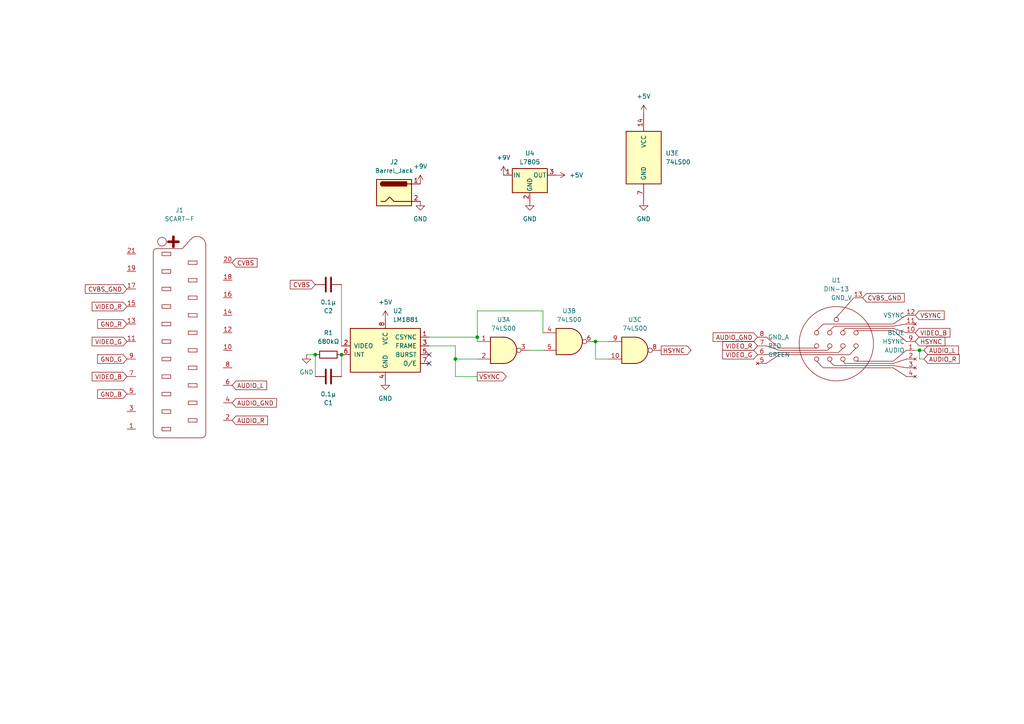
<source format=kicad_sch>
(kicad_sch (version 20230121) (generator eeschema)
  (paper "A4")
  (lib_symbols
    (symbol "74xx:74LS00" (pin_names (offset 1.016))
      (property "Reference" "U" (at 0 1.27 0))
      (property "Value" "74LS00" (at 0 -1.27 0))
      (symbol "74LS00_1_1"
        (arc (start 0 -3.81) (mid 3.7934 0) (end 0 3.81) (stroke (width 0.254)) (fill (type background)))
        (polyline (pts (xy 0 3.81) (xy -3.81 3.81) (xy -3.81 -3.81) (xy 0 -3.81)) (stroke (width 0.254)) (fill (type background)))
        (pin input line (at -7.62 2.54 0) (length 3.81) (name "~") (number "1"))
        (pin input line (at -7.62 -2.54 0) (length 3.81) (name "~") (number "2"))
        (pin output inverted (at 7.62 0 180) (length 3.81) (name "~") (number "3"))
      )
      (symbol "74LS00_1_2"
        (arc (start -3.81 -3.81) (mid -2.589 0) (end -3.81 3.81) (stroke (width 0.254)))
        (arc (start -0.6096 -3.81) (mid 2.1842 -2.5851) (end 3.81 0) (stroke (width 0.254)) (fill (type background)))
        (polyline (pts (xy -3.81 -3.81) (xy -0.635 -3.81)) (stroke (width 0.254)) (fill (type background)))
        (polyline (pts (xy -3.81 3.81) (xy -0.635 3.81)) (stroke (width 0.254)) (fill (type background)))
        (polyline (pts (xy -0.635 3.81) (xy -3.81 3.81) (xy -3.81 3.81) (xy -3.556 3.4036) (xy -3.0226 2.2606) (xy -2.6924 1.0414) (xy -2.6162 -0.254) (xy -2.7686 -1.4986) (xy -3.175 -2.7178) (xy -3.81 -3.81) (xy -3.81 -3.81) (xy -0.635 -3.81)) (stroke (width -25.4)) (fill (type background)))
        (arc (start 3.81 0) (mid 2.1915 2.5936) (end -0.6096 3.81) (stroke (width 0.254)) (fill (type background)))
        (pin input inverted (at -7.62 2.54 0) (length 4.318) (name "~") (number "1"))
        (pin input inverted (at -7.62 -2.54 0) (length 4.318) (name "~") (number "2"))
        (pin output line (at 7.62 0 180) (length 3.81) (name "~") (number "3"))
      )
      (symbol "74LS00_2_1"
        (arc (start 0 -3.81) (mid 3.7934 0) (end 0 3.81) (stroke (width 0.254)) (fill (type background)))
        (polyline (pts (xy 0 3.81) (xy -3.81 3.81) (xy -3.81 -3.81) (xy 0 -3.81)) (stroke (width 0.254)) (fill (type background)))
        (pin input line (at -7.62 2.54 0) (length 3.81) (name "~") (number "4"))
        (pin input line (at -7.62 -2.54 0) (length 3.81) (name "~") (number "5"))
        (pin output inverted (at 7.62 0 180) (length 3.81) (name "~") (number "6"))
      )
      (symbol "74LS00_2_2"
        (arc (start -3.81 -3.81) (mid -2.589 0) (end -3.81 3.81) (stroke (width 0.254)))
        (arc (start -0.6096 -3.81) (mid 2.1842 -2.5851) (end 3.81 0) (stroke (width 0.254)) (fill (type background)))
        (polyline (pts (xy -3.81 -3.81) (xy -0.635 -3.81)) (stroke (width 0.254)) (fill (type background)))
        (polyline (pts (xy -3.81 3.81) (xy -0.635 3.81)) (stroke (width 0.254)) (fill (type background)))
        (polyline (pts (xy -0.635 3.81) (xy -3.81 3.81) (xy -3.81 3.81) (xy -3.556 3.4036) (xy -3.0226 2.2606) (xy -2.6924 1.0414) (xy -2.6162 -0.254) (xy -2.7686 -1.4986) (xy -3.175 -2.7178) (xy -3.81 -3.81) (xy -3.81 -3.81) (xy -0.635 -3.81)) (stroke (width -25.4)) (fill (type background)))
        (arc (start 3.81 0) (mid 2.1915 2.5936) (end -0.6096 3.81) (stroke (width 0.254)) (fill (type background)))
        (pin input inverted (at -7.62 2.54 0) (length 4.318) (name "~") (number "4"))
        (pin input inverted (at -7.62 -2.54 0) (length 4.318) (name "~") (number "5"))
        (pin output line (at 7.62 0 180) (length 3.81) (name "~") (number "6"))
      )
      (symbol "74LS00_3_1"
        (arc (start 0 -3.81) (mid 3.7934 0) (end 0 3.81) (stroke (width 0.254)) (fill (type background)))
        (polyline (pts (xy 0 3.81) (xy -3.81 3.81) (xy -3.81 -3.81) (xy 0 -3.81)) (stroke (width 0.254)) (fill (type background)))
        (pin input line (at -7.62 -2.54 0) (length 3.81) (name "~") (number "10"))
        (pin output inverted (at 7.62 0 180) (length 3.81) (name "~") (number "8"))
        (pin input line (at -7.62 2.54 0) (length 3.81) (name "~") (number "9"))
      )
      (symbol "74LS00_3_2"
        (arc (start -3.81 -3.81) (mid -2.589 0) (end -3.81 3.81) (stroke (width 0.254)))
        (arc (start -0.6096 -3.81) (mid 2.1842 -2.5851) (end 3.81 0) (stroke (width 0.254)) (fill (type background)))
        (polyline (pts (xy -3.81 -3.81) (xy -0.635 -3.81)) (stroke (width 0.254)) (fill (type background)))
        (polyline (pts (xy -3.81 3.81) (xy -0.635 3.81)) (stroke (width 0.254)) (fill (type background)))
        (polyline (pts (xy -0.635 3.81) (xy -3.81 3.81) (xy -3.81 3.81) (xy -3.556 3.4036) (xy -3.0226 2.2606) (xy -2.6924 1.0414) (xy -2.6162 -0.254) (xy -2.7686 -1.4986) (xy -3.175 -2.7178) (xy -3.81 -3.81) (xy -3.81 -3.81) (xy -0.635 -3.81)) (stroke (width -25.4)) (fill (type background)))
        (arc (start 3.81 0) (mid 2.1915 2.5936) (end -0.6096 3.81) (stroke (width 0.254)) (fill (type background)))
        (pin input inverted (at -7.62 -2.54 0) (length 4.318) (name "~") (number "10"))
        (pin output line (at 7.62 0 180) (length 3.81) (name "~") (number "8"))
        (pin input inverted (at -7.62 2.54 0) (length 4.318) (name "~") (number "9"))
      )
      (symbol "74LS00_4_1"
        (arc (start 0 -3.81) (mid 3.7934 0) (end 0 3.81) (stroke (width 0.254)) (fill (type background)))
        (polyline (pts (xy 0 3.81) (xy -3.81 3.81) (xy -3.81 -3.81) (xy 0 -3.81)) (stroke (width 0.254)) (fill (type background)))
        (pin output inverted (at 7.62 0 180) (length 3.81) (name "~") (number "11"))
        (pin input line (at -7.62 2.54 0) (length 3.81) (name "~") (number "12"))
        (pin input line (at -7.62 -2.54 0) (length 3.81) (name "~") (number "13"))
      )
      (symbol "74LS00_4_2"
        (arc (start -3.81 -3.81) (mid -2.589 0) (end -3.81 3.81) (stroke (width 0.254)))
        (arc (start -0.6096 -3.81) (mid 2.1842 -2.5851) (end 3.81 0) (stroke (width 0.254)) (fill (type background)))
        (polyline (pts (xy -3.81 -3.81) (xy -0.635 -3.81)) (stroke (width 0.254)) (fill (type background)))
        (polyline (pts (xy -3.81 3.81) (xy -0.635 3.81)) (stroke (width 0.254)) (fill (type background)))
        (polyline (pts (xy -0.635 3.81) (xy -3.81 3.81) (xy -3.81 3.81) (xy -3.556 3.4036) (xy -3.0226 2.2606) (xy -2.6924 1.0414) (xy -2.6162 -0.254) (xy -2.7686 -1.4986) (xy -3.175 -2.7178) (xy -3.81 -3.81) (xy -3.81 -3.81) (xy -0.635 -3.81)) (stroke (width -25.4)) (fill (type background)))
        (arc (start 3.81 0) (mid 2.1915 2.5936) (end -0.6096 3.81) (stroke (width 0.254)) (fill (type background)))
        (pin output line (at 7.62 0 180) (length 3.81) (name "~") (number "11"))
        (pin input inverted (at -7.62 2.54 0) (length 4.318) (name "~") (number "12"))
        (pin input inverted (at -7.62 -2.54 0) (length 4.318) (name "~") (number "13"))
      )
      (symbol "74LS00_5_0"
        (pin power_in line (at 0 12.7 270) (length 5.08) (name "VCC") (number "14"))
        (pin power_in line (at 0 -12.7 90) (length 5.08) (name "GND") (number "7"))
      )
      (symbol "74LS00_5_1"
        (rectangle (start -5.08 7.62) (end 5.08 -7.62) (stroke (width 0.254)) (fill (type background)))
      )
    )
    (symbol "Connector:Barrel_Jack" (pin_names (offset 1.016))
      (property "Reference" "J" (at 0 5.334 0))
      (property "Value" "Barrel_Jack" (at 0 -5.08 0))
      (symbol "Barrel_Jack_0_1"
        (rectangle (start -5.08 3.81) (end 5.08 -3.81) (stroke (width 0.254)) (fill (type background)))
        (arc (start -3.302 3.175) (mid -3.9343 2.54) (end -3.302 1.905) (stroke (width 0.254)))
        (arc (start -3.302 3.175) (mid -3.9343 2.54) (end -3.302 1.905) (stroke (width 0.254)) (fill (type outline)))
        (polyline (pts (xy 5.08 2.54) (xy 3.81 2.54)) (stroke (width 0.254)))
        (polyline (pts (xy -3.81 -2.54) (xy -2.54 -2.54) (xy -1.27 -1.27) (xy 0 -2.54) (xy 2.54 -2.54) (xy 5.08 -2.54)) (stroke (width 0.254)))
        (rectangle (start 3.683 3.175) (end -3.302 1.905) (stroke (width 0.254)) (fill (type outline)))
      )
      (symbol "Barrel_Jack_1_1"
        (pin passive line (at 7.62 2.54 180) (length 2.54) (name "~") (number "1"))
        (pin passive line (at 7.62 -2.54 180) (length 2.54) (name "~") (number "2"))
      )
    )
    (symbol "Connector:SCART-F" (pin_names (offset 0.762) hide)
      (property "Reference" "J" (at 0 31.75 0))
      (property "Value" "SCART-F" (at 1.016 -29.21 0))
      (symbol "SCART-F_0_1"
        (arc (start -7.62 -26.67) (mid -7.248 -27.568) (end -6.35 -27.94))
        (arc (start -6.604 26.9494) (mid -7.3224 26.6518) (end -7.62 25.9334))
        (rectangle (start -5.08 -24.892) (end -2.54 -25.908))
        (rectangle (start -5.08 -19.812) (end -2.54 -20.828))
        (rectangle (start -5.08 -14.732) (end -2.54 -15.748))
        (rectangle (start -5.08 -9.652) (end -2.54 -10.668))
        (rectangle (start -5.08 -4.572) (end -2.54 -5.588))
        (rectangle (start -5.08 0.508) (end -2.54 -0.508))
        (rectangle (start -5.08 5.588) (end -2.54 4.572))
        (rectangle (start -5.08 10.668) (end -2.54 9.652))
        (rectangle (start -5.08 15.748) (end -2.54 14.732))
        (rectangle (start -5.08 20.828) (end -2.54 19.812))
        (rectangle (start -5.08 25.908) (end -2.54 24.892))
        (circle (center -5.08 28.956) (radius 1.27))
        (polyline (pts (xy -7.62 22.86) (xy -7.62 -26.67)))
        (polyline (pts (xy -7.62 22.86) (xy -7.62 24.13)))
        (polyline (pts (xy -7.62 24.6634) (xy -7.62 24.13)))
        (polyline (pts (xy -7.62 24.6634) (xy -7.62 25.9334)))
        (polyline (pts (xy -6.604 26.9494) (xy 0.508 26.9494)))
        (polyline (pts (xy -6.35 -27.94) (xy 6.35 -27.94)))
        (polyline (pts (xy 3.302 29.718) (xy 1.27 27.432)))
        (polyline (pts (xy 4.826 30.48) (xy 5.08 30.48)))
        (polyline (pts (xy 7.62 -26.67) (xy 7.62 28.2194)))
        (arc (start 0.508 26.924) (mid 0.9569 27.0702) (end 1.2192 27.4574))
        (rectangle (start 2.54 -22.352) (end 5.08 -23.368))
        (rectangle (start 2.54 -17.272) (end 5.08 -18.288))
        (rectangle (start 2.54 -12.192) (end 5.08 -13.208))
        (rectangle (start 2.54 -7.112) (end 5.08 -8.128))
        (rectangle (start 2.54 -2.032) (end 5.08 -3.048))
        (rectangle (start 2.54 3.048) (end 5.08 2.032))
        (rectangle (start 2.54 8.128) (end 5.08 7.112))
        (rectangle (start 2.54 13.208) (end 5.08 12.192))
        (rectangle (start 2.54 18.288) (end 5.08 17.272))
        (rectangle (start 2.54 23.368) (end 5.08 22.352))
        (arc (start 4.826 30.48) (mid 3.999 30.2726) (end 3.3782 29.6926))
        (arc (start 6.35 -27.94) (mid 7.248 -27.568) (end 7.62 -26.67))
        (arc (start 7.62 27.94) (mid 6.8761 29.7361) (end 5.08 30.48))
        (text "+" (at -1.778 29.21 0) (effects (font (size 3.81 3.81) bold)))
      )
      (symbol "SCART-F_1_1"
        (pin passive line (at -15.24 -25.4 0) (length 2.54) (name "P1") (number "1"))
        (pin passive line (at 15.24 -2.54 180) (length 2.54) (name "P10") (number "10"))
        (pin passive line (at -15.24 0 0) (length 2.54) (name "P11") (number "11"))
        (pin passive line (at 15.24 2.54 180) (length 2.54) (name "P12") (number "12"))
        (pin passive line (at -15.24 5.08 0) (length 2.54) (name "P13") (number "13"))
        (pin passive line (at 15.24 7.62 180) (length 2.54) (name "P14") (number "14"))
        (pin passive line (at -15.24 10.16 0) (length 2.54) (name "P15") (number "15"))
        (pin passive line (at 15.24 12.7 180) (length 2.54) (name "P16") (number "16"))
        (pin passive line (at -15.24 15.24 0) (length 2.54) (name "P17") (number "17"))
        (pin passive line (at 15.24 17.78 180) (length 2.54) (name "P18") (number "18"))
        (pin passive line (at -15.24 20.32 0) (length 2.54) (name "P19") (number "19"))
        (pin passive line (at 15.24 -22.86 180) (length 2.54) (name "P2") (number "2"))
        (pin passive line (at 15.24 22.86 180) (length 2.54) (name "P20") (number "20"))
        (pin passive line (at -15.24 25.4 0) (length 2.54) (name "P21") (number "21"))
        (pin passive line (at -15.24 -20.32 0) (length 2.54) (name "P3") (number "3"))
        (pin passive line (at 15.24 -17.78 180) (length 2.54) (name "P4") (number "4"))
        (pin passive line (at -15.24 -15.24 0) (length 2.54) (name "P5") (number "5"))
        (pin passive line (at 15.24 -12.7 180) (length 2.54) (name "P6") (number "6"))
        (pin passive line (at -15.24 -10.16 0) (length 2.54) (name "P7") (number "7"))
        (pin passive line (at 15.24 -7.62 180) (length 2.54) (name "P8") (number "8"))
        (pin passive line (at -15.24 -5.08 0) (length 2.54) (name "P9") (number "9"))
      )
    )
    (symbol "Device:C" (pin_numbers hide) (pin_names (offset 0.254))
      (property "Reference" "C" (at 0.635 2.54 0))
      (property "Value" "C" (at 0.635 -2.54 0))
      (symbol "C_0_1"
        (polyline (pts (xy -2.032 -0.762) (xy 2.032 -0.762)) (stroke (width 0.508)))
        (polyline (pts (xy -2.032 0.762) (xy 2.032 0.762)) (stroke (width 0.508)))
      )
      (symbol "C_1_1"
        (pin passive line (at 0 3.81 270) (length 2.794) (name "~") (number "1"))
        (pin passive line (at 0 -3.81 90) (length 2.794) (name "~") (number "2"))
      )
    )
    (symbol "Device:R" (pin_numbers hide) (pin_names (offset 0))
      (property "Reference" "R" (at 2.032 0 90))
      (property "Value" "R" (at 0 0 90))
      (symbol "R_0_1"
        (rectangle (start -1.016 -2.54) (end 1.016 2.54) (stroke (width 0.254)))
      )
      (symbol "R_1_1"
        (pin passive line (at 0 3.81 270) (length 1.27) (name "~") (number "1"))
        (pin passive line (at 0 -3.81 90) (length 1.27) (name "~") (number "2"))
      )
    )
    (symbol "Regulator_Linear:L7805" (pin_names (offset 0.254))
      (property "Reference" "U" (at -3.81 3.175 0))
      (property "Value" "L7805" (at 0 3.175 0))
      (symbol "L7805_0_1"
        (rectangle (start -5.08 1.905) (end 5.08 -5.08) (stroke (width 0.254)) (fill (type background)))
      )
      (symbol "L7805_1_1"
        (pin power_in line (at -7.62 0 0) (length 2.54) (name "IN") (number "1"))
        (pin power_in line (at 0 -7.62 90) (length 2.54) (name "GND") (number "2"))
        (pin power_out line (at 7.62 0 180) (length 2.54) (name "OUT") (number "3"))
      )
    )
    (symbol "Video:LM1881" (pin_names (offset 1.016))
      (property "Reference" "U" (at -8.89 8.89 0))
      (property "Value" "LM1881" (at 6.35 8.89 0))
      (symbol "LM1881_0_1"
        (rectangle (start -10.16 7.62) (end 10.16 -5.08) (stroke (width 0.254)) (fill (type background)))
      )
      (symbol "LM1881_1_1"
        (pin output line (at 12.7 5.08 180) (length 2.54) (name "CSYNC") (number "1"))
        (pin input line (at -12.7 2.54 0) (length 2.54) (name "VIDEO") (number "2"))
        (pin output line (at 12.7 2.54 180) (length 2.54) (name "FRAME") (number "3"))
        (pin power_in line (at 0 -7.62 90) (length 2.54) (name "GND") (number "4"))
        (pin output line (at 12.7 0 180) (length 2.54) (name "BURST") (number "5"))
        (pin input line (at -12.7 0 0) (length 2.54) (name "INT") (number "6"))
        (pin output line (at 12.7 -2.54 180) (length 2.54) (name "O/E") (number "7"))
        (pin power_in line (at 0 10.16 270) (length 2.54) (name "VCC") (number "8"))
      )
    )
    (symbol "power:+5V" (power) (pin_names (offset 0))
      (property "Value" "+5V" (at 0 3.556 0))
      (symbol "+5V_0_1"
        (polyline (pts (xy -0.762 1.27) (xy 0 2.54)))
        (polyline (pts (xy 0 0) (xy 0 2.54)))
        (polyline (pts (xy 0 2.54) (xy 0.762 1.27)))
      )
      (symbol "+5V_1_1"
        (pin power_in line (at 0 0 90) (length 0) hide (name "+5V") (number "1"))
      )
    )
    (symbol "power:+9V" (power) (pin_names (offset 0))
      (property "Value" "+9V" (at 0 3.556 0))
      (symbol "+9V_0_1"
        (polyline (pts (xy -0.762 1.27) (xy 0 2.54)))
        (polyline (pts (xy 0 0) (xy 0 2.54)))
        (polyline (pts (xy 0 2.54) (xy 0.762 1.27)))
      )
      (symbol "+9V_1_1"
        (pin power_in line (at 0 0 90) (length 0) hide (name "+9V") (number "1"))
      )
    )
    (symbol "power:GND" (power) (pin_names (offset 0))
      (property "Value" "GND" (at 0 -3.81 0))
      (symbol "GND_0_1"
        (polyline (pts (xy 0 0) (xy 0 -1.27) (xy 1.27 -1.27) (xy 0 -2.54) (xy -1.27 -1.27) (xy 0 -1.27)))
      )
      (symbol "GND_1_1"
        (pin power_in line (at 0 0 270) (length 0) hide (name "GND") (number "1"))
      )
    )
    (symbol "sc1224-scart:DIN-13"
      (property "Reference" "U" (at 0 -14.605 0))
      (property "Value" "DIN-13" (at 0 -12.7 0))
      (symbol "DIN-13_0_1"
        (circle (center -5.715 -5.08) (radius 0.635))
        (circle (center -5.715 -1.27) (radius 0.635))
        (circle (center -5.715 2.54) (radius 0.635))
        (circle (center -1.905 -5.08) (radius 0.635))
        (circle (center -1.905 -1.27) (radius 0.635))
        (circle (center -1.905 2.54) (radius 0.635))
        (circle (center 0 -0.635) (radius 10.7763))
        (polyline (pts (xy -20.32 -3.81) (xy -16.51 -3.175)))
        (polyline (pts (xy -20.32 -1.27) (xy -16.51 -2.54)))
        (polyline (pts (xy -20.32 1.27) (xy -16.51 -1.905)))
        (polyline (pts (xy -16.51 -3.81) (xy -20.32 -6.35)))
        (polyline (pts (xy -5.715 -1.905) (xy -16.51 -1.905)))
        (polyline (pts (xy 5.08 12.7) (xy 0 6.985)))
        (polyline (pts (xy 5.715 -5.715) (xy 16.51 -5.715)))
        (polyline (pts (xy 5.715 3.175) (xy 16.51 3.175)))
        (polyline (pts (xy 16.51 -7.62) (xy 20.32 -10.16)))
        (polyline (pts (xy 16.51 5.08) (xy 20.32 7.62)))
        (polyline (pts (xy 20.32 -7.62) (xy 16.51 -6.985)))
        (polyline (pts (xy 20.32 -5.08) (xy 16.51 -6.35)))
        (polyline (pts (xy 20.32 -2.54) (xy 16.51 -5.715)))
        (polyline (pts (xy 20.32 0) (xy 16.51 3.175)))
        (polyline (pts (xy 20.32 2.54) (xy 16.51 3.81)))
        (polyline (pts (xy 20.32 5.08) (xy 16.51 4.445)))
        (polyline (pts (xy -5.715 -5.715) (xy -3.81 -7.62) (xy 16.51 -7.62)))
        (polyline (pts (xy -5.715 3.175) (xy -3.81 5.08) (xy 16.51 5.08)))
        (polyline (pts (xy -1.905 -5.715) (xy -0.635 -6.985) (xy 16.51 -6.985)))
        (polyline (pts (xy -1.905 -1.905) (xy -2.54 -2.54) (xy -16.51 -2.54)))
        (polyline (pts (xy -1.905 3.175) (xy -0.635 4.445) (xy 16.51 4.445)))
        (polyline (pts (xy 1.905 -5.715) (xy 2.54 -6.35) (xy 16.51 -6.35)))
        (polyline (pts (xy 1.905 -1.905) (xy 0.635 -3.175) (xy -16.51 -3.175)))
        (polyline (pts (xy 1.905 3.175) (xy 2.54 3.81) (xy 16.51 3.81)))
        (polyline (pts (xy 5.715 -1.905) (xy 3.81 -3.81) (xy -16.51 -3.81)))
        (circle (center 0 6.35) (radius 0.635))
        (circle (center 1.905 -5.08) (radius 0.635))
        (circle (center 1.905 -1.27) (radius 0.635))
        (circle (center 1.905 2.54) (radius 0.635))
        (circle (center 5.715 -5.08) (radius 0.635))
        (circle (center 5.715 -1.27) (radius 0.635))
        (circle (center 5.715 2.54) (radius 0.635))
      )
      (symbol "DIN-13_1_1"
        (pin input line (at 22.86 -2.54 180) (length 2.54) (name "AUDIO") (number "1"))
        (pin input line (at 22.86 2.54 180) (length 2.54) (name "BLUE") (number "10"))
        (pin no_connect line (at 22.86 5.08 180) (length 2.54) (name "") (number "11"))
        (pin input line (at 22.86 7.62 180) (length 2.54) (name "VSYNC") (number "12"))
        (pin power_in line (at 7.62 12.7 180) (length 2.54) (name "GND_V") (number "13"))
        (pin no_connect line (at 22.86 -5.08 180) (length 2.54) (name "") (number "2"))
        (pin no_connect line (at 22.86 -7.62 180) (length 2.54) (name "") (number "3"))
        (pin no_connect line (at 22.86 -10.16 180) (length 2.54) (name "") (number "4"))
        (pin no_connect line (at -22.86 -6.35 0) (length 2.54) (name "") (number "5"))
        (pin input line (at -22.86 -3.81 0) (length 2.54) (name "GREEN") (number "6"))
        (pin input line (at -22.86 -1.27 0) (length 2.54) (name "RED") (number "7"))
        (pin power_in line (at -22.86 1.27 0) (length 2.54) (name "GND_A") (number "8"))
        (pin input line (at 22.86 0 180) (length 2.54) (name "HSYNC") (number "9"))
      )
    )
  )
  (junction (at 99.06 102.87))
  (junction (at 266.7 101.6))
  (junction (at 138.43 97.79))
  (junction (at 132.08 104.14))
  (junction (at 172.72 99.06))
  (junction (at 91.44 102.87))
  (no_connect (at 124.46 105.41))
  (no_connect (at 124.46 102.87))
  (wire (pts (xy 267.97 101.6) (xy 266.7 101.6)))
  (wire (pts (xy 138.43 90.17) (xy 157.48 90.17)))
  (wire (pts (xy 153.67 101.6) (xy 157.48 101.6)))
  (wire (pts (xy 172.72 104.14) (xy 176.53 104.14)))
  (wire (pts (xy 132.08 104.14) (xy 138.43 104.14)))
  (wire (pts (xy 138.43 97.79) (xy 138.43 99.06)))
  (wire (pts (xy 266.7 101.6) (xy 266.7 104.14)))
  (wire (pts (xy 132.08 100.33) (xy 132.08 104.14)))
  (wire (pts (xy 124.46 97.79) (xy 138.43 97.79)))
  (wire (pts (xy 172.72 99.06) (xy 172.72 104.14)))
  (wire (pts (xy 124.46 100.33) (xy 132.08 100.33)))
  (wire (pts (xy 99.06 82.55) (xy 99.06 100.33)))
  (wire (pts (xy 132.08 104.14) (xy 132.08 109.22)))
  (wire (pts (xy 99.06 102.87) (xy 99.06 109.22)))
  (wire (pts (xy 91.44 102.87) (xy 91.44 109.22)))
  (wire (pts (xy 88.9 102.87) (xy 91.44 102.87)))
  (wire (pts (xy 172.72 99.06) (xy 176.53 99.06)))
  (wire (pts (xy 157.48 90.17) (xy 157.48 96.52)))
  (wire (pts (xy 266.7 104.14) (xy 267.97 104.14)))
  (wire (pts (xy 132.08 109.22) (xy 138.43 109.22)))
  (wire (pts (xy 265.43 101.6) (xy 266.7 101.6)))
  (wire (pts (xy 138.43 97.79) (xy 138.43 90.17)))
  (global_label "AUDIO_R" (shape input) (at 267.97 104.14 0) (property "Intersheetrefs" "${INTERSHEET_REFS}" (effects hide)))
  (global_label "VIDEO_R" (shape input) (at 36.83 88.9 180) (property "Intersheetrefs" "${INTERSHEET_REFS}" (effects hide)))
  (global_label "GND_R" (shape input) (at 36.83 93.98 180) (property "Intersheetrefs" "${INTERSHEET_REFS}" (effects hide)))
  (global_label "GND_B" (shape input) (at 36.83 114.3 180) (property "Intersheetrefs" "${INTERSHEET_REFS}" (effects hide)))
  (global_label "CVBS" (shape input) (at 91.44 82.55 180) (property "Intersheetrefs" "${INTERSHEET_REFS}" (effects hide)))
  (global_label "CVBS" (shape input) (at 67.31 76.2 0) (property "Intersheetrefs" "${INTERSHEET_REFS}" (effects hide)))
  (global_label "VIDEO_G" (shape input) (at 36.83 99.06 180) (property "Intersheetrefs" "${INTERSHEET_REFS}" (effects hide)))
  (global_label "VIDEO_G" (shape input) (at 219.71 102.87 180) (property "Intersheetrefs" "${INTERSHEET_REFS}" (effects hide)))
  (global_label "CVBS_GND" (shape input) (at 36.83 83.82 180) (property "Intersheetrefs" "${INTERSHEET_REFS}" (effects hide)))
  (global_label "GND_G" (shape input) (at 36.83 104.14 180) (property "Intersheetrefs" "${INTERSHEET_REFS}" (effects hide)))
  (global_label "HSYNC" (shape output) (at 191.77 101.6 0) (property "Intersheetrefs" "${INTERSHEET_REFS}" (effects hide)))
  (global_label "VSYNC" (shape input) (at 265.43 91.44 0) (property "Intersheetrefs" "${INTERSHEET_REFS}" (effects hide)))
  (global_label "CVBS_GND" (shape input) (at 250.19 86.36 0) (property "Intersheetrefs" "${INTERSHEET_REFS}" (effects hide)))
  (global_label "AUDIO_GND" (shape input) (at 67.31 116.84 0) (property "Intersheetrefs" "${INTERSHEET_REFS}" (effects hide)))
  (global_label "AUDIO_R" (shape input) (at 67.31 121.92 0) (property "Intersheetrefs" "${INTERSHEET_REFS}" (effects hide)))
  (global_label "VIDEO_B" (shape input) (at 265.43 96.52 0) (property "Intersheetrefs" "${INTERSHEET_REFS}" (effects hide)))
  (global_label "VIDEO_R" (shape input) (at 219.71 100.33 180) (property "Intersheetrefs" "${INTERSHEET_REFS}" (effects hide)))
  (global_label "VSYNC" (shape output) (at 138.43 109.22 0) (property "Intersheetrefs" "${INTERSHEET_REFS}" (effects hide)))
  (global_label "VIDEO_B" (shape input) (at 36.83 109.22 180) (property "Intersheetrefs" "${INTERSHEET_REFS}" (effects hide)))
  (global_label "AUDIO_L" (shape input) (at 267.97 101.6 0) (property "Intersheetrefs" "${INTERSHEET_REFS}" (effects hide)))
  (global_label "AUDIO_L" (shape input) (at 67.31 111.76 0) (property "Intersheetrefs" "${INTERSHEET_REFS}" (effects hide)))
  (global_label "AUDIO_GND" (shape input) (at 219.71 97.79 180) (property "Intersheetrefs" "${INTERSHEET_REFS}" (effects hide)))
  (global_label "HSYNC" (shape input) (at 265.43 99.06 0) (property "Intersheetrefs" "${INTERSHEET_REFS}" (effects hide)))
  (symbol (lib_id "Device:C") (at 95.25 82.55 90) (unit 1)
    (property "Reference" "C2" (at 95.25 90.17 90))
    (property "Value" "0.1µ" (at 95.25 87.63 90))
    (property "Footprint" "Capacitor_Tantalum_SMD:CP_EIA-2012-15_AVX-P_Pad1.30x1.05mm_HandSolder" (effects hide))
  )
  (symbol (lib_id "Device:C") (at 95.25 109.22 90) (unit 1)
    (property "Reference" "C1" (at 95.25 116.84 90))
    (property "Value" "0.1µ" (at 95.25 114.3 90))
    (property "Footprint" "Capacitor_Tantalum_SMD:CP_EIA-2012-15_AVX-P_Pad1.30x1.05mm_HandSolder" (effects hide))
  )
  (symbol (lib_id "Device:R") (at 95.25 102.87 90) (unit 1)
    (property "Reference" "R1" (at 95.25 96.52 90))
    (property "Value" "680kΩ" (at 95.25 99.06 90))
    (property "Footprint" "Resistor_SMD:R_0805_2012Metric_Pad1.20x1.40mm_HandSolder" (effects hide))
  )
  (symbol (lib_id "74xx:74LS00") (at 184.15 101.6 0) (unit 3)
    (property "Reference" "U3" (at 184.1417 92.71 0))
    (property "Value" "74LS00" (at 184.1417 95.25 0))
    (property "Footprint" "Package_SO:SSOP-14_5.3x6.2mm_P0.65mm" (effects hide))
    (property "Datasheet" "http://www.ti.com/lit/gpn/sn74ls00" (effects hide))
  )
  (symbol (lib_id "power:GND") (at 121.92 58.42 0) (unit 1)
    (property "Reference" "#PWR02" (effects hide))
    (property "Value" "GND" (at 121.92 63.5 0))
  )
  (symbol (lib_id "power:GND") (at 186.69 58.42 0) (unit 1)
    (property "Reference" "#PWR05" (effects hide))
    (property "Value" "GND" (at 186.69 63.5 0))
  )
  (symbol (lib_id "power:+5V") (at 111.76 92.71 0) (unit 1)
    (property "Reference" "#PWR08" (effects hide))
    (property "Value" "+5V" (at 111.76 87.63 0))
  )
  (symbol (lib_id "Regulator_Linear:L7805") (at 153.67 50.8 0) (unit 1)
    (property "Reference" "U4" (at 153.67 44.45 0))
    (property "Value" "L7805" (at 153.67 46.99 0))
    (property "Footprint" "Connector_PinHeader_2.54mm:PinHeader_1x03_P2.54mm_Vertical" (effects hide))
    (property "Datasheet" "http://www.st.com/content/ccc/resource/technical/document/datasheet/41/4f/b3/b0/12/d4/47/88/CD00000444.pdf/files/CD00000444.pdf/jcr:content/translations/en.CD00000444.pdf" (effects hide))
  )
  (symbol (lib_id "power:+9V") (at 146.05 50.8 0) (unit 1)
    (property "Reference" "#PWR03" (effects hide))
    (property "Value" "+9V" (at 146.05 45.72 0))
  )
  (symbol (lib_id "Connector:Barrel_Jack") (at 114.3 55.88 0) (unit 1)
    (property "Reference" "J2" (at 114.3 46.99 0))
    (property "Value" "Barrel_Jack" (at 114.3 49.53 0))
    (property "Footprint" "Connector_BarrelJack:BarrelJack_Wuerth_6941xx301002" (effects hide))
    (property "Datasheet" "https://www.switchcraft.com/assets/1/24/RAPC712BKZ_CD.PDF?6709" (effects hide))
  )
  (symbol (lib_id "74xx:74LS00") (at 186.69 45.72 0) (unit 5)
    (property "Reference" "U3" (at 193.04 44.45 0) (effects (justify left)))
    (property "Value" "74LS00" (at 193.04 46.99 0) (effects (justify left)))
    (property "Footprint" "Package_SO:SSOP-14_5.3x6.2mm_P0.65mm" (effects hide))
    (property "Datasheet" "http://www.ti.com/lit/gpn/sn74ls00" (effects hide))
  )
  (symbol (lib_id "power:GND") (at 111.76 110.49 0) (unit 1)
    (property "Reference" "#PWR09" (effects hide))
    (property "Value" "GND" (at 111.76 115.57 0))
  )
  (symbol (lib_id "power:GND") (at 153.67 58.42 0) (unit 1)
    (property "Reference" "#PWR06" (effects hide))
    (property "Value" "GND" (at 153.67 63.5 0))
  )
  (symbol (lib_id "power:+5V") (at 186.69 33.02 0) (unit 1)
    (property "Reference" "#PWR07" (effects hide))
    (property "Value" "+5V" (at 186.69 27.94 0))
  )
  (symbol (lib_id "power:+9V") (at 121.92 53.34 0) (unit 1)
    (property "Reference" "#PWR01" (effects hide))
    (property "Value" "+9V" (at 121.92 48.26 0))
  )
  (symbol (lib_id "power:+5V") (at 161.29 50.8 270) (unit 1)
    (property "Reference" "#PWR04" (effects hide))
    (property "Value" "+5V" (at 165.1 50.8 90) (effects (justify left)))
  )
  (symbol (lib_id "74xx:74LS00") (at 165.1 99.06 0) (unit 2)
    (property "Reference" "U3" (at 165.0917 90.17 0))
    (property "Value" "74LS00" (at 165.0917 92.71 0))
    (property "Footprint" "Package_SO:SSOP-14_5.3x6.2mm_P0.65mm" (effects hide))
    (property "Datasheet" "http://www.ti.com/lit/gpn/sn74ls00" (effects hide))
  )
  (symbol (lib_id "Video:LM1881") (at 111.76 102.87 0) (unit 1)
    (property "Reference" "U2" (at 113.9541 90.17 0) (effects (justify left)))
    (property "Value" "LM1881" (at 113.9541 92.71 0) (effects (justify left)))
    (property "Footprint" "Package_SO:SOIC-8_3.9x4.9mm_P1.27mm" (effects hide))
  )
  (symbol (lib_id "74xx:74LS00") (at 146.05 101.6 0) (unit 1)
    (property "Reference" "U3" (at 146.0417 92.71 0))
    (property "Value" "74LS00" (at 146.0417 95.25 0))
    (property "Footprint" "Package_SO:SSOP-14_5.3x6.2mm_P0.65mm" (effects hide))
    (property "Datasheet" "http://www.ti.com/lit/gpn/sn74ls00" (effects hide))
  )
  (symbol (lib_id "Connector:SCART-F") (at 52.07 99.06 0) (unit 1)
    (property "Reference" "J1" (at 52.07 60.96 0))
    (property "Value" "SCART-F" (at 52.07 63.5 0))
    (property "Footprint" "sc1224-scart:SCART" (effects hide))
    (property "Datasheet" " ~" (effects hide))
  )
  (symbol (lib_id "power:GND") (at 88.9 102.87 0) (unit 1)
    (property "Reference" "#PWR010" (effects hide))
    (property "Value" "GND" (at 88.9 107.95 0))
  )
  (symbol (lib_id "sc1224-scart:DIN-13") (at 242.57 99.06 0) (unit 1)
    (property "Reference" "U1" (at 242.57 81.28 0))
    (property "Value" "DIN-13" (at 242.57 83.82 0))
    (property "Footprint" "sc1224-scart:DIN-13" (effects hide))
  )
)
</source>
